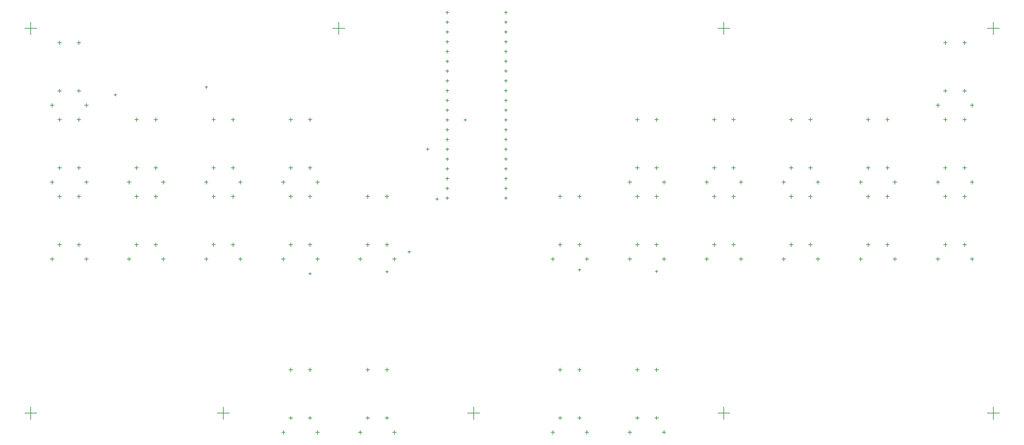
<source format=gbr>
G04*
G04 #@! TF.GenerationSoftware,Altium Limited,Altium Designer,23.10.1 (27)*
G04*
G04 Layer_Color=128*
%FSLAX44Y44*%
%MOMM*%
G71*
G04*
G04 #@! TF.SameCoordinates,93BA021C-4F65-4C52-B2D2-680D5BDB3C73*
G04*
G04*
G04 #@! TF.FilePolarity,Positive*
G04*
G01*
G75*
%ADD31C,0.1270*%
D31*
X770000Y737500D02*
X780000D01*
X775000Y732500D02*
Y742500D01*
X770000Y862500D02*
X780000D01*
X775000Y857500D02*
Y867500D01*
X820000Y737500D02*
X830000D01*
X825000Y732500D02*
Y742500D01*
X820000Y862500D02*
X830000D01*
X825000Y857500D02*
Y867500D01*
X1177560Y1090500D02*
X1185560D01*
X1181560Y1086500D02*
Y1094500D01*
X1177560Y1065100D02*
X1185560D01*
X1181560Y1061100D02*
Y1069100D01*
X1177560Y1039700D02*
X1185560D01*
X1181560Y1035700D02*
Y1043700D01*
X1177560Y1014300D02*
X1185560D01*
X1181560Y1010300D02*
Y1018300D01*
X1177560Y988900D02*
X1185560D01*
X1181560Y984900D02*
Y992900D01*
X1177560Y963500D02*
X1185560D01*
X1181560Y959500D02*
Y967500D01*
X1177560Y938100D02*
X1185560D01*
X1181560Y934100D02*
Y942100D01*
X1177560Y912700D02*
X1185560D01*
X1181560Y908700D02*
Y916700D01*
X1177560Y887300D02*
X1185560D01*
X1181560Y883300D02*
Y891300D01*
X1177560Y861900D02*
X1185560D01*
X1181560Y857900D02*
Y865900D01*
X1177560Y836500D02*
X1185560D01*
X1181560Y832500D02*
Y840500D01*
X1177560Y811100D02*
X1185560D01*
X1181560Y807100D02*
Y815100D01*
X1177560Y785700D02*
X1185560D01*
X1181560Y781700D02*
Y789700D01*
X1177560Y760300D02*
X1185560D01*
X1181560Y756300D02*
Y764300D01*
X1177560Y734900D02*
X1185560D01*
X1181560Y730900D02*
Y738900D01*
X1177560Y709500D02*
X1185560D01*
X1181560Y705500D02*
Y713500D01*
X1870000Y737500D02*
X1880000D01*
X1875000Y732500D02*
Y742500D01*
X2520000Y1062500D02*
X2530000D01*
X2525000Y1057500D02*
Y1067500D01*
X2520000Y937500D02*
X2530000D01*
X2525000Y932500D02*
Y942500D01*
X2470000Y1062500D02*
X2480000D01*
X2475000Y1057500D02*
Y1067500D01*
X2470000Y937500D02*
X2480000D01*
X2475000Y932500D02*
Y942500D01*
X2470000Y737500D02*
X2480000D01*
X2475000Y732500D02*
Y742500D01*
X2470000Y862500D02*
X2480000D01*
X2475000Y857500D02*
Y867500D01*
X2520000Y737500D02*
X2530000D01*
X2525000Y732500D02*
Y742500D01*
X2520000Y862500D02*
X2530000D01*
X2525000Y857500D02*
Y867500D01*
X1177560Y658700D02*
X1185560D01*
X1181560Y654700D02*
Y662700D01*
X1177560Y684100D02*
X1185560D01*
X1181560Y680100D02*
Y688100D01*
X1177560Y1115900D02*
X1185560D01*
X1181560Y1111900D02*
Y1119900D01*
X1177560Y1141300D02*
X1185560D01*
X1181560Y1137300D02*
Y1145300D01*
X2120000Y537500D02*
X2130000D01*
X2125000Y532500D02*
Y542500D01*
X2070000Y662500D02*
X2080000D01*
X2075000Y657500D02*
Y667500D01*
X2070000Y537500D02*
X2080000D01*
X2075000Y532500D02*
Y542500D01*
X1720000Y662500D02*
X1730000D01*
X1725000Y657500D02*
Y667500D01*
X1720000Y537500D02*
X1730000D01*
X1725000Y532500D02*
Y542500D01*
X1670000Y662500D02*
X1680000D01*
X1675000Y657500D02*
Y667500D01*
X1670000Y537500D02*
X1680000D01*
X1675000Y532500D02*
Y542500D01*
X1520000Y662500D02*
X1530000D01*
X1525000Y657500D02*
Y667500D01*
X1520000Y537500D02*
X1530000D01*
X1525000Y532500D02*
Y542500D01*
X1470000Y662500D02*
X1480000D01*
X1475000Y657500D02*
Y667500D01*
X1470000Y537500D02*
X1480000D01*
X1475000Y532500D02*
Y542500D01*
X1329760Y1141300D02*
X1337760D01*
X1333760Y1137300D02*
Y1145300D01*
X1329760Y1115900D02*
X1337760D01*
X1333760Y1111900D02*
Y1119900D01*
X1329760Y1090500D02*
X1337760D01*
X1333760Y1086500D02*
Y1094500D01*
X1329760Y1065100D02*
X1337760D01*
X1333760Y1061100D02*
Y1069100D01*
X1329760Y1039700D02*
X1337760D01*
X1333760Y1035700D02*
Y1043700D01*
X1329760Y1014300D02*
X1337760D01*
X1333760Y1010300D02*
Y1018300D01*
X1329760Y988900D02*
X1337760D01*
X1333760Y984900D02*
Y992900D01*
X1329760Y963500D02*
X1337760D01*
X1333760Y959500D02*
Y967500D01*
X1329760Y938100D02*
X1337760D01*
X1333760Y934100D02*
Y942100D01*
X1329760Y912700D02*
X1337760D01*
X1333760Y908700D02*
Y916700D01*
X1329760Y887300D02*
X1337760D01*
X1333760Y883300D02*
Y891300D01*
X1329760Y861900D02*
X1337760D01*
X1333760Y857900D02*
Y865900D01*
X1329760Y836500D02*
X1337760D01*
X1333760Y832500D02*
Y840500D01*
X1329760Y811100D02*
X1337760D01*
X1333760Y807100D02*
Y815100D01*
X1329760Y785700D02*
X1337760D01*
X1333760Y781700D02*
Y789700D01*
X1329760Y760300D02*
X1337760D01*
X1333760Y756300D02*
Y764300D01*
X1329760Y734900D02*
X1337760D01*
X1333760Y730900D02*
Y738900D01*
X1329760Y709500D02*
X1337760D01*
X1333760Y705500D02*
Y713500D01*
X1329760Y684100D02*
X1337760D01*
X1333760Y680100D02*
Y688100D01*
X1329760Y658700D02*
X1337760D01*
X1333760Y654700D02*
Y662700D01*
X1720000Y862500D02*
X1730000D01*
X1725000Y857500D02*
Y867500D01*
X1720000Y737500D02*
X1730000D01*
X1725000Y732500D02*
Y742500D01*
X1670000Y862500D02*
X1680000D01*
X1675000Y857500D02*
Y867500D01*
X1670000Y737500D02*
X1680000D01*
X1675000Y732500D02*
Y742500D01*
X2520000Y662500D02*
X2530000D01*
X2525000Y657500D02*
Y667500D01*
X2520000Y537500D02*
X2530000D01*
X2525000Y532500D02*
Y542500D01*
X2470000Y662500D02*
X2480000D01*
X2475000Y657500D02*
Y667500D01*
X2470000Y537500D02*
X2480000D01*
X2475000Y532500D02*
Y542500D01*
X2320000Y662500D02*
X2330000D01*
X2325000Y657500D02*
Y667500D01*
X2320000Y537500D02*
X2330000D01*
X2325000Y532500D02*
Y542500D01*
X2270000Y662500D02*
X2280000D01*
X2275000Y657500D02*
Y667500D01*
X2270000Y537500D02*
X2280000D01*
X2275000Y532500D02*
Y542500D01*
X2320000Y862500D02*
X2330000D01*
X2325000Y857500D02*
Y867500D01*
X2320000Y737500D02*
X2330000D01*
X2325000Y732500D02*
Y742500D01*
X2270000Y862500D02*
X2280000D01*
X2275000Y857500D02*
Y867500D01*
X2270000Y737500D02*
X2280000D01*
X2275000Y732500D02*
Y742500D01*
X2120000Y862500D02*
X2130000D01*
X2125000Y857500D02*
Y867500D01*
X2120000Y737500D02*
X2130000D01*
X2125000Y732500D02*
Y742500D01*
X2070000Y862500D02*
X2080000D01*
X2075000Y857500D02*
Y867500D01*
X2070000Y737500D02*
X2080000D01*
X2075000Y732500D02*
Y742500D01*
X1920000Y862500D02*
X1930000D01*
X1925000Y857500D02*
Y867500D01*
X1920000Y737500D02*
X1930000D01*
X1925000Y732500D02*
Y742500D01*
X1870000Y862500D02*
X1880000D01*
X1875000Y857500D02*
Y867500D01*
X970000Y537500D02*
X980000D01*
X975000Y532500D02*
Y542499D01*
X820000Y212499D02*
X830000D01*
X825000Y207499D02*
Y217499D01*
X820000Y87499D02*
X830000D01*
X825000Y82499D02*
Y92499D01*
X770000Y212499D02*
X780000D01*
X775000Y207499D02*
Y217499D01*
X770000Y87499D02*
X780000D01*
X775000Y82499D02*
Y92499D01*
X820000Y662499D02*
X830000D01*
X825000Y657499D02*
Y667499D01*
X820000Y537500D02*
X830000D01*
X825000Y532500D02*
Y542499D01*
X770000Y662499D02*
X780000D01*
X775000Y657499D02*
Y667499D01*
X770000Y537500D02*
X780000D01*
X775000Y532500D02*
Y542499D01*
X620000Y862500D02*
X630000D01*
X625000Y857500D02*
Y867500D01*
X620000Y737500D02*
X630000D01*
X625000Y732500D02*
Y742500D01*
X570000Y862500D02*
X580000D01*
X575000Y857500D02*
Y867500D01*
X570000Y737500D02*
X580000D01*
X575000Y732500D02*
Y742500D01*
X420000Y862500D02*
X430000D01*
X425000Y857500D02*
Y867500D01*
X420000Y737500D02*
X430000D01*
X425000Y732500D02*
Y742500D01*
X370000Y862500D02*
X380000D01*
X375000Y857500D02*
Y867500D01*
X370000Y737500D02*
X380000D01*
X375000Y732500D02*
Y742500D01*
X620000Y662499D02*
X630000D01*
X625000Y657499D02*
Y667499D01*
X620000Y537500D02*
X630000D01*
X625000Y532500D02*
Y542499D01*
X570000Y662499D02*
X580000D01*
X575000Y657499D02*
Y667499D01*
X570000Y537500D02*
X580000D01*
X575000Y532500D02*
Y542499D01*
X420000Y662499D02*
X430000D01*
X425000Y657499D02*
Y667499D01*
X420000Y537500D02*
X430000D01*
X425000Y532500D02*
Y542499D01*
X370000Y662499D02*
X380000D01*
X375000Y657499D02*
Y667499D01*
X370000Y537500D02*
X380000D01*
X375000Y532500D02*
Y542499D01*
X220000Y1062499D02*
X230000D01*
X225000Y1057499D02*
Y1067499D01*
X220000Y937499D02*
X230000D01*
X225000Y932499D02*
Y942499D01*
X170000Y1062499D02*
X180000D01*
X175000Y1057499D02*
Y1067499D01*
X170000Y937499D02*
X180000D01*
X175000Y932499D02*
Y942499D01*
X220000Y862500D02*
X230000D01*
X225000Y857500D02*
Y867500D01*
X220000Y737500D02*
X230000D01*
X225000Y732500D02*
Y742500D01*
X170000Y862500D02*
X180000D01*
X175000Y857500D02*
Y867500D01*
X170000Y737500D02*
X180000D01*
X175000Y732500D02*
Y742500D01*
X220000Y662499D02*
X230000D01*
X225000Y657499D02*
Y667499D01*
X220000Y537500D02*
X230000D01*
X225000Y532500D02*
Y542499D01*
X170000Y662499D02*
X180000D01*
X175000Y657499D02*
Y667499D01*
X170000Y537500D02*
X180000D01*
X175000Y532500D02*
Y542499D01*
X2120000Y662500D02*
X2130000D01*
X2125000Y657500D02*
Y667500D01*
X1020000Y212499D02*
X1030000D01*
X1025000Y207499D02*
Y217499D01*
X1020000Y87499D02*
X1030000D01*
X1025000Y82499D02*
Y92499D01*
X970000Y212499D02*
X980000D01*
X975000Y207499D02*
Y217499D01*
X970000Y87499D02*
X980000D01*
X975000Y82499D02*
Y92499D01*
X1520000Y212500D02*
X1530000D01*
X1525000Y207500D02*
Y217500D01*
X1520000Y87500D02*
X1530000D01*
X1525000Y82500D02*
Y92500D01*
X1470000Y212500D02*
X1480000D01*
X1475000Y207500D02*
Y217500D01*
X1470000Y87500D02*
X1480000D01*
X1475000Y82500D02*
Y92500D01*
X1920000Y662500D02*
X1930000D01*
X1925000Y657500D02*
Y667500D01*
X1920000Y537500D02*
X1930000D01*
X1925000Y532500D02*
Y542500D01*
X1870000Y662500D02*
X1880000D01*
X1875000Y657500D02*
Y667500D01*
X1870000Y537500D02*
X1880000D01*
X1875000Y532500D02*
Y542500D01*
X1739900Y50000D02*
X1748900D01*
X1744400Y45500D02*
Y54500D01*
X1720000Y212500D02*
X1730000D01*
X1725000Y207500D02*
Y217500D01*
X1720000Y87500D02*
X1730000D01*
X1725000Y82500D02*
Y92500D01*
X1670000Y212500D02*
X1680000D01*
X1675000Y207500D02*
Y217500D01*
X1670000Y87500D02*
X1680000D01*
X1675000Y82500D02*
Y92500D01*
X1020000Y662499D02*
X1030000D01*
X1025000Y657499D02*
Y667499D01*
X1020000Y537500D02*
X1030000D01*
X1025000Y532500D02*
Y542499D01*
X970000Y662499D02*
X980000D01*
X975000Y657499D02*
Y667499D01*
X1884000Y100000D02*
X1916000D01*
X1900000Y84000D02*
Y116000D01*
X1234000Y100000D02*
X1266000D01*
X1250000Y84000D02*
Y116000D01*
X584000Y100000D02*
X616000D01*
X600000Y84000D02*
Y116000D01*
X884000Y1100000D02*
X916000D01*
X900000Y1084000D02*
Y1116000D01*
X1884000Y1100000D02*
X1916000D01*
X1900000Y1084000D02*
Y1116000D01*
X2584000Y1100000D02*
X2616000D01*
X2600000Y1084000D02*
Y1116000D01*
X2584000Y100000D02*
X2616000D01*
X2600000Y84000D02*
Y116000D01*
X84000Y100000D02*
X116000D01*
X100000Y84000D02*
Y116000D01*
X84000Y1100000D02*
X116000D01*
X100000Y1084000D02*
Y1116000D01*
X2539400Y900000D02*
X2549400D01*
X2544400Y895000D02*
Y905000D01*
X2450600Y900000D02*
X2460600D01*
X2455600Y895000D02*
Y905000D01*
X2539400Y700000D02*
X2549400D01*
X2544400Y695000D02*
Y705000D01*
X2450600Y700000D02*
X2460600D01*
X2455600Y695000D02*
Y705000D01*
X2139400Y700000D02*
X2149400D01*
X2144400Y695000D02*
Y705000D01*
X2050600Y700000D02*
X2060600D01*
X2055600Y695000D02*
Y705000D01*
X2339400Y700000D02*
X2349400D01*
X2344400Y695000D02*
Y705000D01*
X2250600Y700000D02*
X2260600D01*
X2255600Y695000D02*
Y705000D01*
X2539400Y500000D02*
X2549400D01*
X2544400Y495000D02*
Y505000D01*
X2450600Y500000D02*
X2460600D01*
X2455600Y495000D02*
Y505000D01*
X2339400Y500000D02*
X2349400D01*
X2344400Y495000D02*
Y505000D01*
X2250600Y500000D02*
X2260600D01*
X2255600Y495000D02*
Y505000D01*
X1739400Y700000D02*
X1749400D01*
X1744400Y695000D02*
Y705000D01*
X1650600Y700000D02*
X1660600D01*
X1655600Y695000D02*
Y705000D01*
X2139400Y500000D02*
X2149400D01*
X2144400Y495000D02*
Y505000D01*
X2050600Y500000D02*
X2060600D01*
X2055600Y495000D02*
Y505000D01*
X239400Y699999D02*
X249400D01*
X244400Y694999D02*
Y704999D01*
X150600Y699999D02*
X160600D01*
X155600Y694999D02*
Y704999D01*
X239400Y900000D02*
X249400D01*
X244400Y895000D02*
Y905000D01*
X150600Y900000D02*
X160600D01*
X155600Y895000D02*
Y905000D01*
X439400Y699999D02*
X449400D01*
X444400Y694999D02*
Y704999D01*
X350600Y699999D02*
X360600D01*
X355600Y694999D02*
Y704999D01*
X239400Y499999D02*
X249400D01*
X244400Y494999D02*
Y504999D01*
X150600Y499999D02*
X160600D01*
X155600Y494999D02*
Y504999D01*
X439400Y499999D02*
X449400D01*
X444400Y494999D02*
Y504999D01*
X350600Y499999D02*
X360600D01*
X355600Y494999D02*
Y504999D01*
X639400Y499999D02*
X649400D01*
X644400Y494999D02*
Y504999D01*
X550600Y499999D02*
X560600D01*
X555600Y494999D02*
Y504999D01*
X839400Y499999D02*
X849400D01*
X844400Y494999D02*
Y504999D01*
X750600Y499999D02*
X760600D01*
X755600Y494999D02*
Y504999D01*
X639400Y699999D02*
X649400D01*
X644400Y694999D02*
Y704999D01*
X550600Y699999D02*
X560600D01*
X555600Y694999D02*
Y704999D01*
X839400Y699999D02*
X849400D01*
X844400Y694999D02*
Y704999D01*
X750600Y699999D02*
X760600D01*
X755600Y694999D02*
Y704999D01*
X1039400Y499999D02*
X1049400D01*
X1044400Y494999D02*
Y504999D01*
X950600Y499999D02*
X960600D01*
X955600Y494999D02*
Y504999D01*
X1650600Y50000D02*
X1660600D01*
X1655600Y45000D02*
Y55000D01*
X1739400Y500000D02*
X1749400D01*
X1744400Y495000D02*
Y505000D01*
X1650600Y500000D02*
X1660600D01*
X1655600Y495000D02*
Y505000D01*
X1939400Y500000D02*
X1949400D01*
X1944400Y495000D02*
Y505000D01*
X1850600Y500000D02*
X1860600D01*
X1855600Y495000D02*
Y505000D01*
X1939400Y700000D02*
X1949400D01*
X1944400Y695000D02*
Y705000D01*
X1850600Y700000D02*
X1860600D01*
X1855600Y695000D02*
Y705000D01*
X1539400Y50000D02*
X1549400D01*
X1544400Y45000D02*
Y55000D01*
X1450600Y50000D02*
X1460600D01*
X1455600Y45000D02*
Y55000D01*
X1539400Y500000D02*
X1549400D01*
X1544400Y495000D02*
Y505000D01*
X1450600Y500000D02*
X1460600D01*
X1455600Y495000D02*
Y505000D01*
X1039400Y49999D02*
X1049400D01*
X1044400Y44999D02*
Y54999D01*
X950600Y49999D02*
X960600D01*
X955600Y44999D02*
Y54999D01*
X840010Y49999D02*
X850010D01*
X845010Y44999D02*
Y54999D01*
X751210Y49999D02*
X761210D01*
X756210Y44999D02*
Y54999D01*
X1224444Y862000D02*
X1231556D01*
X1228000Y858444D02*
Y865556D01*
X1127444Y786000D02*
X1134556D01*
X1131000Y782444D02*
Y789556D01*
X316444Y927000D02*
X323556D01*
X320000Y923444D02*
Y930556D01*
X552444Y947000D02*
X559556D01*
X556000Y943444D02*
Y950556D01*
X1151444Y656000D02*
X1158556D01*
X1155000Y652444D02*
Y659556D01*
X1079444Y519000D02*
X1086556D01*
X1083000Y515444D02*
Y522556D01*
X1021444Y467000D02*
X1028556D01*
X1025000Y463444D02*
Y470556D01*
X821444Y462000D02*
X828556D01*
X825000Y458444D02*
Y465556D01*
X1521444Y472000D02*
X1528556D01*
X1525000Y468444D02*
Y475556D01*
X1721444Y468000D02*
X1728556D01*
X1725000Y464444D02*
Y471556D01*
M02*

</source>
